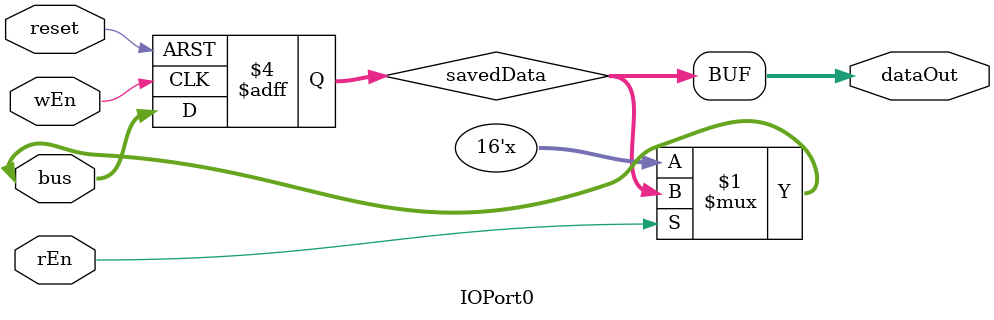
<source format=v>

module IOPort0(dataOut, bus, rEn, wEn, reset);
	output wire [15:0] dataOut;
	inout wire [15:0] bus;
	input wire reset, wEn, rEn;
	
	reg [15:0] savedData;

	assign bus = rEn ? savedData : 16'dz;
	
	always @(posedge wEn or posedge reset)
	begin
		if(reset == 1) savedData <= 16'd0;
		else savedData <= bus;
	end
	
	assign dataOut = savedData;
	
endmodule
	
</source>
